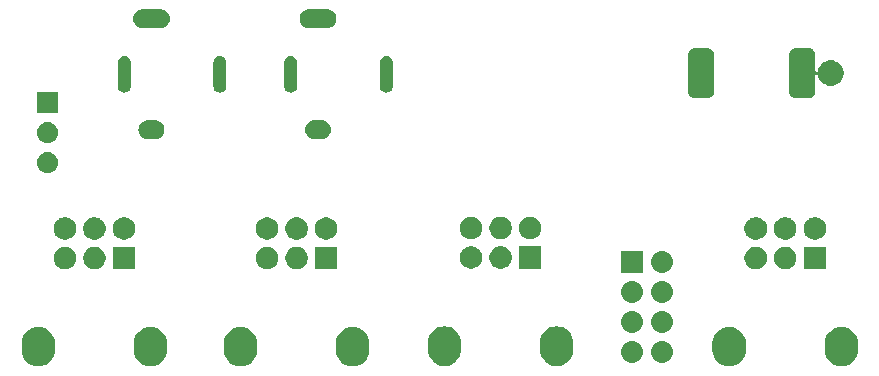
<source format=gbr>
G04 #@! TF.GenerationSoftware,KiCad,Pcbnew,5.1.4+dfsg1-1*
G04 #@! TF.CreationDate,2020-04-10T18:02:15-04:00*
G04 #@! TF.ProjectId,LilMix,4c696c4d-6978-42e6-9b69-6361645f7063,rev?*
G04 #@! TF.SameCoordinates,Original*
G04 #@! TF.FileFunction,Soldermask,Top*
G04 #@! TF.FilePolarity,Negative*
%FSLAX46Y46*%
G04 Gerber Fmt 4.6, Leading zero omitted, Abs format (unit mm)*
G04 Created by KiCad (PCBNEW 5.1.4+dfsg1-1) date 2020-04-10 18:02:15*
%MOMM*%
%LPD*%
G04 APERTURE LIST*
%ADD10C,0.100000*%
G04 APERTURE END LIST*
D10*
G36*
X105116803Y-105315816D02*
G01*
X105382778Y-105396499D01*
X105382780Y-105396500D01*
X105627900Y-105527519D01*
X105842756Y-105703844D01*
X106019081Y-105918699D01*
X106145931Y-106156019D01*
X106150101Y-106163821D01*
X106230784Y-106429796D01*
X106251200Y-106637084D01*
X106251200Y-107295715D01*
X106230784Y-107503003D01*
X106201574Y-107599294D01*
X106150100Y-107768982D01*
X106019081Y-108014101D01*
X105842756Y-108228956D01*
X105627901Y-108405281D01*
X105397374Y-108528500D01*
X105382779Y-108536301D01*
X105116804Y-108616984D01*
X104840200Y-108644227D01*
X104563597Y-108616984D01*
X104297622Y-108536301D01*
X104283027Y-108528500D01*
X104052500Y-108405281D01*
X103837644Y-108228956D01*
X103661319Y-108014101D01*
X103530300Y-107768981D01*
X103527934Y-107761182D01*
X103449616Y-107503004D01*
X103429200Y-107295716D01*
X103429200Y-106637085D01*
X103449616Y-106429797D01*
X103530299Y-106163822D01*
X103661320Y-105918699D01*
X103667722Y-105910898D01*
X103837644Y-105703844D01*
X104052499Y-105527519D01*
X104297619Y-105396500D01*
X104297621Y-105396499D01*
X104563596Y-105315816D01*
X104840200Y-105288573D01*
X105116803Y-105315816D01*
X105116803Y-105315816D01*
G37*
G36*
X114616803Y-105315816D02*
G01*
X114882778Y-105396499D01*
X114882780Y-105396500D01*
X115127900Y-105527519D01*
X115342756Y-105703844D01*
X115519081Y-105918699D01*
X115645931Y-106156019D01*
X115650101Y-106163821D01*
X115730784Y-106429796D01*
X115751200Y-106637084D01*
X115751200Y-107295715D01*
X115730784Y-107503003D01*
X115701574Y-107599294D01*
X115650100Y-107768982D01*
X115519081Y-108014101D01*
X115342756Y-108228956D01*
X115127901Y-108405281D01*
X114897374Y-108528500D01*
X114882779Y-108536301D01*
X114616804Y-108616984D01*
X114340200Y-108644227D01*
X114063597Y-108616984D01*
X113797622Y-108536301D01*
X113783027Y-108528500D01*
X113552500Y-108405281D01*
X113337644Y-108228956D01*
X113161319Y-108014101D01*
X113030300Y-107768981D01*
X113027934Y-107761182D01*
X112949616Y-107503004D01*
X112929200Y-107295716D01*
X112929200Y-106637085D01*
X112949616Y-106429797D01*
X113030299Y-106163822D01*
X113161320Y-105918699D01*
X113167722Y-105910898D01*
X113337644Y-105703844D01*
X113552499Y-105527519D01*
X113797619Y-105396500D01*
X113797621Y-105396499D01*
X114063596Y-105315816D01*
X114340200Y-105288573D01*
X114616803Y-105315816D01*
X114616803Y-105315816D01*
G37*
G36*
X155991603Y-105308016D02*
G01*
X156257578Y-105388699D01*
X156257580Y-105388700D01*
X156502700Y-105519719D01*
X156717556Y-105696044D01*
X156893881Y-105910899D01*
X157001917Y-106113021D01*
X157024901Y-106156021D01*
X157105584Y-106421996D01*
X157126000Y-106629284D01*
X157126000Y-107287915D01*
X157105584Y-107495203D01*
X157074008Y-107599294D01*
X157024900Y-107761182D01*
X156893881Y-108006301D01*
X156717556Y-108221156D01*
X156502701Y-108397481D01*
X156257581Y-108528500D01*
X156257579Y-108528501D01*
X155991604Y-108609184D01*
X155715000Y-108636427D01*
X155438397Y-108609184D01*
X155172422Y-108528501D01*
X155172420Y-108528500D01*
X154927300Y-108397481D01*
X154712444Y-108221156D01*
X154536119Y-108006301D01*
X154405100Y-107761181D01*
X154392055Y-107718179D01*
X154324416Y-107495204D01*
X154304000Y-107287916D01*
X154304000Y-106629285D01*
X154324416Y-106421997D01*
X154405099Y-106156022D01*
X154428083Y-106113022D01*
X154536119Y-105910900D01*
X154712444Y-105696044D01*
X154927299Y-105519719D01*
X155172419Y-105388700D01*
X155172421Y-105388699D01*
X155438396Y-105308016D01*
X155715000Y-105280773D01*
X155991603Y-105308016D01*
X155991603Y-105308016D01*
G37*
G36*
X146491603Y-105308016D02*
G01*
X146757578Y-105388699D01*
X146757580Y-105388700D01*
X147002700Y-105519719D01*
X147217556Y-105696044D01*
X147393881Y-105910899D01*
X147501917Y-106113021D01*
X147524901Y-106156021D01*
X147605584Y-106421996D01*
X147626000Y-106629284D01*
X147626000Y-107287915D01*
X147605584Y-107495203D01*
X147574008Y-107599294D01*
X147524900Y-107761182D01*
X147393881Y-108006301D01*
X147217556Y-108221156D01*
X147002701Y-108397481D01*
X146757581Y-108528500D01*
X146757579Y-108528501D01*
X146491604Y-108609184D01*
X146215000Y-108636427D01*
X145938397Y-108609184D01*
X145672422Y-108528501D01*
X145672420Y-108528500D01*
X145427300Y-108397481D01*
X145212444Y-108221156D01*
X145036119Y-108006301D01*
X144905100Y-107761181D01*
X144892055Y-107718179D01*
X144824416Y-107495204D01*
X144804000Y-107287916D01*
X144804000Y-106629285D01*
X144824416Y-106421997D01*
X144905099Y-106156022D01*
X144928083Y-106113022D01*
X145036119Y-105910900D01*
X145212444Y-105696044D01*
X145427299Y-105519719D01*
X145672419Y-105388700D01*
X145672421Y-105388699D01*
X145938396Y-105308016D01*
X146215000Y-105280773D01*
X146491603Y-105308016D01*
X146491603Y-105308016D01*
G37*
G36*
X97491603Y-105308016D02*
G01*
X97757578Y-105388699D01*
X97757580Y-105388700D01*
X98002700Y-105519719D01*
X98217556Y-105696044D01*
X98393881Y-105910899D01*
X98501917Y-106113021D01*
X98524901Y-106156021D01*
X98605584Y-106421996D01*
X98626000Y-106629284D01*
X98626000Y-107287915D01*
X98605584Y-107495203D01*
X98574008Y-107599294D01*
X98524900Y-107761182D01*
X98393881Y-108006301D01*
X98217556Y-108221156D01*
X98002701Y-108397481D01*
X97757581Y-108528500D01*
X97757579Y-108528501D01*
X97491604Y-108609184D01*
X97215000Y-108636427D01*
X96938397Y-108609184D01*
X96672422Y-108528501D01*
X96672420Y-108528500D01*
X96427300Y-108397481D01*
X96212444Y-108221156D01*
X96036119Y-108006301D01*
X95905100Y-107761181D01*
X95892055Y-107718179D01*
X95824416Y-107495204D01*
X95804000Y-107287916D01*
X95804000Y-106629285D01*
X95824416Y-106421997D01*
X95905099Y-106156022D01*
X95928083Y-106113022D01*
X96036119Y-105910900D01*
X96212444Y-105696044D01*
X96427299Y-105519719D01*
X96672419Y-105388700D01*
X96672421Y-105388699D01*
X96938396Y-105308016D01*
X97215000Y-105280773D01*
X97491603Y-105308016D01*
X97491603Y-105308016D01*
G37*
G36*
X87991603Y-105308016D02*
G01*
X88257578Y-105388699D01*
X88257580Y-105388700D01*
X88502700Y-105519719D01*
X88717556Y-105696044D01*
X88893881Y-105910899D01*
X89001917Y-106113021D01*
X89024901Y-106156021D01*
X89105584Y-106421996D01*
X89126000Y-106629284D01*
X89126000Y-107287915D01*
X89105584Y-107495203D01*
X89074008Y-107599294D01*
X89024900Y-107761182D01*
X88893881Y-108006301D01*
X88717556Y-108221156D01*
X88502701Y-108397481D01*
X88257581Y-108528500D01*
X88257579Y-108528501D01*
X87991604Y-108609184D01*
X87715000Y-108636427D01*
X87438397Y-108609184D01*
X87172422Y-108528501D01*
X87172420Y-108528500D01*
X86927300Y-108397481D01*
X86712444Y-108221156D01*
X86536119Y-108006301D01*
X86405100Y-107761181D01*
X86392055Y-107718179D01*
X86324416Y-107495204D01*
X86304000Y-107287916D01*
X86304000Y-106629285D01*
X86324416Y-106421997D01*
X86405099Y-106156022D01*
X86428083Y-106113022D01*
X86536119Y-105910900D01*
X86712444Y-105696044D01*
X86927299Y-105519719D01*
X87172419Y-105388700D01*
X87172421Y-105388699D01*
X87438396Y-105308016D01*
X87715000Y-105280773D01*
X87991603Y-105308016D01*
X87991603Y-105308016D01*
G37*
G36*
X131888803Y-105265016D02*
G01*
X132154778Y-105345699D01*
X132154780Y-105345700D01*
X132399900Y-105476719D01*
X132614756Y-105653044D01*
X132791081Y-105867899D01*
X132922100Y-106113019D01*
X132922101Y-106113021D01*
X133002784Y-106378996D01*
X133023200Y-106586284D01*
X133023200Y-107244915D01*
X133002784Y-107452203D01*
X132958164Y-107599294D01*
X132922100Y-107718182D01*
X132791081Y-107963301D01*
X132614756Y-108178156D01*
X132399901Y-108354481D01*
X132154781Y-108485500D01*
X132154779Y-108485501D01*
X131888804Y-108566184D01*
X131612200Y-108593427D01*
X131335597Y-108566184D01*
X131069622Y-108485501D01*
X131069620Y-108485500D01*
X130824500Y-108354481D01*
X130609644Y-108178156D01*
X130433319Y-107963301D01*
X130302300Y-107718181D01*
X130302299Y-107718179D01*
X130221616Y-107452204D01*
X130201200Y-107244916D01*
X130201200Y-106586285D01*
X130221616Y-106378997D01*
X130302299Y-106113022D01*
X130406166Y-105918700D01*
X130433319Y-105867900D01*
X130609644Y-105653044D01*
X130824499Y-105476719D01*
X131069619Y-105345700D01*
X131069621Y-105345699D01*
X131335596Y-105265016D01*
X131612200Y-105237773D01*
X131888803Y-105265016D01*
X131888803Y-105265016D01*
G37*
G36*
X122388803Y-105265016D02*
G01*
X122654778Y-105345699D01*
X122654780Y-105345700D01*
X122899900Y-105476719D01*
X123114756Y-105653044D01*
X123291081Y-105867899D01*
X123422100Y-106113019D01*
X123422101Y-106113021D01*
X123502784Y-106378996D01*
X123523200Y-106586284D01*
X123523200Y-107244915D01*
X123502784Y-107452203D01*
X123458164Y-107599294D01*
X123422100Y-107718182D01*
X123291081Y-107963301D01*
X123114756Y-108178156D01*
X122899901Y-108354481D01*
X122654781Y-108485500D01*
X122654779Y-108485501D01*
X122388804Y-108566184D01*
X122112200Y-108593427D01*
X121835597Y-108566184D01*
X121569622Y-108485501D01*
X121569620Y-108485500D01*
X121324500Y-108354481D01*
X121109644Y-108178156D01*
X120933319Y-107963301D01*
X120802300Y-107718181D01*
X120802299Y-107718179D01*
X120721616Y-107452204D01*
X120701200Y-107244916D01*
X120701200Y-106586285D01*
X120721616Y-106378997D01*
X120802299Y-106113022D01*
X120906166Y-105918700D01*
X120933319Y-105867900D01*
X121109644Y-105653044D01*
X121324499Y-105476719D01*
X121569619Y-105345700D01*
X121569621Y-105345699D01*
X121835596Y-105265016D01*
X122112200Y-105237773D01*
X122388803Y-105265016D01*
X122388803Y-105265016D01*
G37*
G36*
X138179294Y-106518633D02*
G01*
X138351695Y-106570931D01*
X138510583Y-106655858D01*
X138649849Y-106770151D01*
X138764142Y-106909417D01*
X138849069Y-107068305D01*
X138901367Y-107240706D01*
X138919025Y-107420000D01*
X138901367Y-107599294D01*
X138849069Y-107771695D01*
X138764142Y-107930583D01*
X138649849Y-108069849D01*
X138510583Y-108184142D01*
X138351695Y-108269069D01*
X138179294Y-108321367D01*
X138044931Y-108334600D01*
X137955069Y-108334600D01*
X137820706Y-108321367D01*
X137648305Y-108269069D01*
X137489417Y-108184142D01*
X137350151Y-108069849D01*
X137235858Y-107930583D01*
X137150931Y-107771695D01*
X137098633Y-107599294D01*
X137080975Y-107420000D01*
X137098633Y-107240706D01*
X137150931Y-107068305D01*
X137235858Y-106909417D01*
X137350151Y-106770151D01*
X137489417Y-106655858D01*
X137648305Y-106570931D01*
X137820706Y-106518633D01*
X137955069Y-106505400D01*
X138044931Y-106505400D01*
X138179294Y-106518633D01*
X138179294Y-106518633D01*
G37*
G36*
X140719294Y-106518633D02*
G01*
X140891695Y-106570931D01*
X141050583Y-106655858D01*
X141189849Y-106770151D01*
X141304142Y-106909417D01*
X141389069Y-107068305D01*
X141441367Y-107240706D01*
X141459025Y-107420000D01*
X141441367Y-107599294D01*
X141389069Y-107771695D01*
X141304142Y-107930583D01*
X141189849Y-108069849D01*
X141050583Y-108184142D01*
X140891695Y-108269069D01*
X140719294Y-108321367D01*
X140584931Y-108334600D01*
X140495069Y-108334600D01*
X140360706Y-108321367D01*
X140188305Y-108269069D01*
X140029417Y-108184142D01*
X139890151Y-108069849D01*
X139775858Y-107930583D01*
X139690931Y-107771695D01*
X139638633Y-107599294D01*
X139620975Y-107420000D01*
X139638633Y-107240706D01*
X139690931Y-107068305D01*
X139775858Y-106909417D01*
X139890151Y-106770151D01*
X140029417Y-106655858D01*
X140188305Y-106570931D01*
X140360706Y-106518633D01*
X140495069Y-106505400D01*
X140584931Y-106505400D01*
X140719294Y-106518633D01*
X140719294Y-106518633D01*
G37*
G36*
X140719294Y-103978633D02*
G01*
X140891695Y-104030931D01*
X141050583Y-104115858D01*
X141189849Y-104230151D01*
X141304142Y-104369417D01*
X141389069Y-104528305D01*
X141441367Y-104700706D01*
X141459025Y-104880000D01*
X141441367Y-105059294D01*
X141389069Y-105231695D01*
X141304142Y-105390583D01*
X141189849Y-105529849D01*
X141050583Y-105644142D01*
X140891695Y-105729069D01*
X140719294Y-105781367D01*
X140584931Y-105794600D01*
X140495069Y-105794600D01*
X140360706Y-105781367D01*
X140188305Y-105729069D01*
X140029417Y-105644142D01*
X139890151Y-105529849D01*
X139775858Y-105390583D01*
X139690931Y-105231695D01*
X139638633Y-105059294D01*
X139620975Y-104880000D01*
X139638633Y-104700706D01*
X139690931Y-104528305D01*
X139775858Y-104369417D01*
X139890151Y-104230151D01*
X140029417Y-104115858D01*
X140188305Y-104030931D01*
X140360706Y-103978633D01*
X140495069Y-103965400D01*
X140584931Y-103965400D01*
X140719294Y-103978633D01*
X140719294Y-103978633D01*
G37*
G36*
X138179294Y-103978633D02*
G01*
X138351695Y-104030931D01*
X138510583Y-104115858D01*
X138649849Y-104230151D01*
X138764142Y-104369417D01*
X138849069Y-104528305D01*
X138901367Y-104700706D01*
X138919025Y-104880000D01*
X138901367Y-105059294D01*
X138849069Y-105231695D01*
X138764142Y-105390583D01*
X138649849Y-105529849D01*
X138510583Y-105644142D01*
X138351695Y-105729069D01*
X138179294Y-105781367D01*
X138044931Y-105794600D01*
X137955069Y-105794600D01*
X137820706Y-105781367D01*
X137648305Y-105729069D01*
X137489417Y-105644142D01*
X137350151Y-105529849D01*
X137235858Y-105390583D01*
X137150931Y-105231695D01*
X137098633Y-105059294D01*
X137080975Y-104880000D01*
X137098633Y-104700706D01*
X137150931Y-104528305D01*
X137235858Y-104369417D01*
X137350151Y-104230151D01*
X137489417Y-104115858D01*
X137648305Y-104030931D01*
X137820706Y-103978633D01*
X137955069Y-103965400D01*
X138044931Y-103965400D01*
X138179294Y-103978633D01*
X138179294Y-103978633D01*
G37*
G36*
X140719294Y-101438633D02*
G01*
X140891695Y-101490931D01*
X141050583Y-101575858D01*
X141189849Y-101690151D01*
X141304142Y-101829417D01*
X141389069Y-101988305D01*
X141441367Y-102160706D01*
X141459025Y-102340000D01*
X141441367Y-102519294D01*
X141389069Y-102691695D01*
X141304142Y-102850583D01*
X141189849Y-102989849D01*
X141050583Y-103104142D01*
X140891695Y-103189069D01*
X140719294Y-103241367D01*
X140584931Y-103254600D01*
X140495069Y-103254600D01*
X140360706Y-103241367D01*
X140188305Y-103189069D01*
X140029417Y-103104142D01*
X139890151Y-102989849D01*
X139775858Y-102850583D01*
X139690931Y-102691695D01*
X139638633Y-102519294D01*
X139620975Y-102340000D01*
X139638633Y-102160706D01*
X139690931Y-101988305D01*
X139775858Y-101829417D01*
X139890151Y-101690151D01*
X140029417Y-101575858D01*
X140188305Y-101490931D01*
X140360706Y-101438633D01*
X140495069Y-101425400D01*
X140584931Y-101425400D01*
X140719294Y-101438633D01*
X140719294Y-101438633D01*
G37*
G36*
X138179294Y-101438633D02*
G01*
X138351695Y-101490931D01*
X138510583Y-101575858D01*
X138649849Y-101690151D01*
X138764142Y-101829417D01*
X138849069Y-101988305D01*
X138901367Y-102160706D01*
X138919025Y-102340000D01*
X138901367Y-102519294D01*
X138849069Y-102691695D01*
X138764142Y-102850583D01*
X138649849Y-102989849D01*
X138510583Y-103104142D01*
X138351695Y-103189069D01*
X138179294Y-103241367D01*
X138044931Y-103254600D01*
X137955069Y-103254600D01*
X137820706Y-103241367D01*
X137648305Y-103189069D01*
X137489417Y-103104142D01*
X137350151Y-102989849D01*
X137235858Y-102850583D01*
X137150931Y-102691695D01*
X137098633Y-102519294D01*
X137080975Y-102340000D01*
X137098633Y-102160706D01*
X137150931Y-101988305D01*
X137235858Y-101829417D01*
X137350151Y-101690151D01*
X137489417Y-101575858D01*
X137648305Y-101490931D01*
X137820706Y-101438633D01*
X137955069Y-101425400D01*
X138044931Y-101425400D01*
X138179294Y-101438633D01*
X138179294Y-101438633D01*
G37*
G36*
X138914600Y-100714600D02*
G01*
X137085400Y-100714600D01*
X137085400Y-98885400D01*
X138914600Y-98885400D01*
X138914600Y-100714600D01*
X138914600Y-100714600D01*
G37*
G36*
X140719294Y-98898633D02*
G01*
X140891695Y-98950931D01*
X141050583Y-99035858D01*
X141189849Y-99150151D01*
X141304142Y-99289417D01*
X141389069Y-99448305D01*
X141441367Y-99620706D01*
X141459025Y-99800000D01*
X141441367Y-99979294D01*
X141389069Y-100151695D01*
X141304142Y-100310583D01*
X141189849Y-100449849D01*
X141050583Y-100564142D01*
X140891695Y-100649069D01*
X140719294Y-100701367D01*
X140584931Y-100714600D01*
X140495069Y-100714600D01*
X140360706Y-100701367D01*
X140188305Y-100649069D01*
X140029417Y-100564142D01*
X139890151Y-100449849D01*
X139775858Y-100310583D01*
X139690931Y-100151695D01*
X139638633Y-99979294D01*
X139620975Y-99800000D01*
X139638633Y-99620706D01*
X139690931Y-99448305D01*
X139775858Y-99289417D01*
X139890151Y-99150151D01*
X140029417Y-99035858D01*
X140188305Y-98950931D01*
X140360706Y-98898633D01*
X140495069Y-98885400D01*
X140584931Y-98885400D01*
X140719294Y-98898633D01*
X140719294Y-98898633D01*
G37*
G36*
X109867595Y-98551946D02*
G01*
X110040666Y-98623634D01*
X110040667Y-98623635D01*
X110196427Y-98727710D01*
X110328890Y-98860173D01*
X110328891Y-98860175D01*
X110432966Y-99015934D01*
X110504654Y-99189005D01*
X110541200Y-99372733D01*
X110541200Y-99560067D01*
X110504654Y-99743795D01*
X110432966Y-99916866D01*
X110391253Y-99979294D01*
X110328890Y-100072627D01*
X110196427Y-100205090D01*
X110118018Y-100257481D01*
X110040666Y-100309166D01*
X109867595Y-100380854D01*
X109683867Y-100417400D01*
X109496533Y-100417400D01*
X109312805Y-100380854D01*
X109139734Y-100309166D01*
X109062382Y-100257481D01*
X108983973Y-100205090D01*
X108851510Y-100072627D01*
X108789147Y-99979294D01*
X108747434Y-99916866D01*
X108675746Y-99743795D01*
X108639200Y-99560067D01*
X108639200Y-99372733D01*
X108675746Y-99189005D01*
X108747434Y-99015934D01*
X108851509Y-98860175D01*
X108851510Y-98860173D01*
X108983973Y-98727710D01*
X109139733Y-98623635D01*
X109139734Y-98623634D01*
X109312805Y-98551946D01*
X109496533Y-98515400D01*
X109683867Y-98515400D01*
X109867595Y-98551946D01*
X109867595Y-98551946D01*
G37*
G36*
X107367595Y-98551946D02*
G01*
X107540666Y-98623634D01*
X107540667Y-98623635D01*
X107696427Y-98727710D01*
X107828890Y-98860173D01*
X107828891Y-98860175D01*
X107932966Y-99015934D01*
X108004654Y-99189005D01*
X108041200Y-99372733D01*
X108041200Y-99560067D01*
X108004654Y-99743795D01*
X107932966Y-99916866D01*
X107891253Y-99979294D01*
X107828890Y-100072627D01*
X107696427Y-100205090D01*
X107618018Y-100257481D01*
X107540666Y-100309166D01*
X107367595Y-100380854D01*
X107183867Y-100417400D01*
X106996533Y-100417400D01*
X106812805Y-100380854D01*
X106639734Y-100309166D01*
X106562382Y-100257481D01*
X106483973Y-100205090D01*
X106351510Y-100072627D01*
X106289147Y-99979294D01*
X106247434Y-99916866D01*
X106175746Y-99743795D01*
X106139200Y-99560067D01*
X106139200Y-99372733D01*
X106175746Y-99189005D01*
X106247434Y-99015934D01*
X106351509Y-98860175D01*
X106351510Y-98860173D01*
X106483973Y-98727710D01*
X106639733Y-98623635D01*
X106639734Y-98623634D01*
X106812805Y-98551946D01*
X106996533Y-98515400D01*
X107183867Y-98515400D01*
X107367595Y-98551946D01*
X107367595Y-98551946D01*
G37*
G36*
X113041200Y-100417400D02*
G01*
X111139200Y-100417400D01*
X111139200Y-98515400D01*
X113041200Y-98515400D01*
X113041200Y-100417400D01*
X113041200Y-100417400D01*
G37*
G36*
X92742395Y-98544146D02*
G01*
X92915466Y-98615834D01*
X92927141Y-98623635D01*
X93071227Y-98719910D01*
X93203690Y-98852373D01*
X93208903Y-98860175D01*
X93307766Y-99008134D01*
X93379454Y-99181205D01*
X93416000Y-99364933D01*
X93416000Y-99552267D01*
X93379454Y-99735995D01*
X93307766Y-99909066D01*
X93260842Y-99979293D01*
X93203690Y-100064827D01*
X93071227Y-100197290D01*
X92992818Y-100249681D01*
X92915466Y-100301366D01*
X92742395Y-100373054D01*
X92558667Y-100409600D01*
X92371333Y-100409600D01*
X92187605Y-100373054D01*
X92014534Y-100301366D01*
X91937182Y-100249681D01*
X91858773Y-100197290D01*
X91726310Y-100064827D01*
X91669158Y-99979293D01*
X91622234Y-99909066D01*
X91550546Y-99735995D01*
X91514000Y-99552267D01*
X91514000Y-99364933D01*
X91550546Y-99181205D01*
X91622234Y-99008134D01*
X91721097Y-98860175D01*
X91726310Y-98852373D01*
X91858773Y-98719910D01*
X92002859Y-98623635D01*
X92014534Y-98615834D01*
X92187605Y-98544146D01*
X92371333Y-98507600D01*
X92558667Y-98507600D01*
X92742395Y-98544146D01*
X92742395Y-98544146D01*
G37*
G36*
X90242395Y-98544146D02*
G01*
X90415466Y-98615834D01*
X90427141Y-98623635D01*
X90571227Y-98719910D01*
X90703690Y-98852373D01*
X90708903Y-98860175D01*
X90807766Y-99008134D01*
X90879454Y-99181205D01*
X90916000Y-99364933D01*
X90916000Y-99552267D01*
X90879454Y-99735995D01*
X90807766Y-99909066D01*
X90760842Y-99979293D01*
X90703690Y-100064827D01*
X90571227Y-100197290D01*
X90492818Y-100249681D01*
X90415466Y-100301366D01*
X90242395Y-100373054D01*
X90058667Y-100409600D01*
X89871333Y-100409600D01*
X89687605Y-100373054D01*
X89514534Y-100301366D01*
X89437182Y-100249681D01*
X89358773Y-100197290D01*
X89226310Y-100064827D01*
X89169158Y-99979293D01*
X89122234Y-99909066D01*
X89050546Y-99735995D01*
X89014000Y-99552267D01*
X89014000Y-99364933D01*
X89050546Y-99181205D01*
X89122234Y-99008134D01*
X89221097Y-98860175D01*
X89226310Y-98852373D01*
X89358773Y-98719910D01*
X89502859Y-98623635D01*
X89514534Y-98615834D01*
X89687605Y-98544146D01*
X89871333Y-98507600D01*
X90058667Y-98507600D01*
X90242395Y-98544146D01*
X90242395Y-98544146D01*
G37*
G36*
X154416000Y-100409600D02*
G01*
X152514000Y-100409600D01*
X152514000Y-98507600D01*
X154416000Y-98507600D01*
X154416000Y-100409600D01*
X154416000Y-100409600D01*
G37*
G36*
X95916000Y-100409600D02*
G01*
X94014000Y-100409600D01*
X94014000Y-98507600D01*
X95916000Y-98507600D01*
X95916000Y-100409600D01*
X95916000Y-100409600D01*
G37*
G36*
X148742395Y-98544146D02*
G01*
X148915466Y-98615834D01*
X148927141Y-98623635D01*
X149071227Y-98719910D01*
X149203690Y-98852373D01*
X149208903Y-98860175D01*
X149307766Y-99008134D01*
X149379454Y-99181205D01*
X149416000Y-99364933D01*
X149416000Y-99552267D01*
X149379454Y-99735995D01*
X149307766Y-99909066D01*
X149260842Y-99979293D01*
X149203690Y-100064827D01*
X149071227Y-100197290D01*
X148992818Y-100249681D01*
X148915466Y-100301366D01*
X148742395Y-100373054D01*
X148558667Y-100409600D01*
X148371333Y-100409600D01*
X148187605Y-100373054D01*
X148014534Y-100301366D01*
X147937182Y-100249681D01*
X147858773Y-100197290D01*
X147726310Y-100064827D01*
X147669158Y-99979293D01*
X147622234Y-99909066D01*
X147550546Y-99735995D01*
X147514000Y-99552267D01*
X147514000Y-99364933D01*
X147550546Y-99181205D01*
X147622234Y-99008134D01*
X147721097Y-98860175D01*
X147726310Y-98852373D01*
X147858773Y-98719910D01*
X148002859Y-98623635D01*
X148014534Y-98615834D01*
X148187605Y-98544146D01*
X148371333Y-98507600D01*
X148558667Y-98507600D01*
X148742395Y-98544146D01*
X148742395Y-98544146D01*
G37*
G36*
X151242395Y-98544146D02*
G01*
X151415466Y-98615834D01*
X151427141Y-98623635D01*
X151571227Y-98719910D01*
X151703690Y-98852373D01*
X151708903Y-98860175D01*
X151807766Y-99008134D01*
X151879454Y-99181205D01*
X151916000Y-99364933D01*
X151916000Y-99552267D01*
X151879454Y-99735995D01*
X151807766Y-99909066D01*
X151760842Y-99979293D01*
X151703690Y-100064827D01*
X151571227Y-100197290D01*
X151492818Y-100249681D01*
X151415466Y-100301366D01*
X151242395Y-100373054D01*
X151058667Y-100409600D01*
X150871333Y-100409600D01*
X150687605Y-100373054D01*
X150514534Y-100301366D01*
X150437182Y-100249681D01*
X150358773Y-100197290D01*
X150226310Y-100064827D01*
X150169158Y-99979293D01*
X150122234Y-99909066D01*
X150050546Y-99735995D01*
X150014000Y-99552267D01*
X150014000Y-99364933D01*
X150050546Y-99181205D01*
X150122234Y-99008134D01*
X150221097Y-98860175D01*
X150226310Y-98852373D01*
X150358773Y-98719910D01*
X150502859Y-98623635D01*
X150514534Y-98615834D01*
X150687605Y-98544146D01*
X150871333Y-98507600D01*
X151058667Y-98507600D01*
X151242395Y-98544146D01*
X151242395Y-98544146D01*
G37*
G36*
X130313200Y-100366600D02*
G01*
X128411200Y-100366600D01*
X128411200Y-98464600D01*
X130313200Y-98464600D01*
X130313200Y-100366600D01*
X130313200Y-100366600D01*
G37*
G36*
X127139595Y-98501146D02*
G01*
X127312666Y-98572834D01*
X127312667Y-98572835D01*
X127468427Y-98676910D01*
X127600890Y-98809373D01*
X127629623Y-98852375D01*
X127704966Y-98965134D01*
X127776654Y-99138205D01*
X127813200Y-99321933D01*
X127813200Y-99509267D01*
X127776654Y-99692995D01*
X127704966Y-99866066D01*
X127671022Y-99916866D01*
X127600890Y-100021827D01*
X127468427Y-100154290D01*
X127404073Y-100197290D01*
X127312666Y-100258366D01*
X127139595Y-100330054D01*
X126955867Y-100366600D01*
X126768533Y-100366600D01*
X126584805Y-100330054D01*
X126411734Y-100258366D01*
X126320327Y-100197290D01*
X126255973Y-100154290D01*
X126123510Y-100021827D01*
X126053378Y-99916866D01*
X126019434Y-99866066D01*
X125947746Y-99692995D01*
X125911200Y-99509267D01*
X125911200Y-99321933D01*
X125947746Y-99138205D01*
X126019434Y-98965134D01*
X126094777Y-98852375D01*
X126123510Y-98809373D01*
X126255973Y-98676910D01*
X126411733Y-98572835D01*
X126411734Y-98572834D01*
X126584805Y-98501146D01*
X126768533Y-98464600D01*
X126955867Y-98464600D01*
X127139595Y-98501146D01*
X127139595Y-98501146D01*
G37*
G36*
X124639595Y-98501146D02*
G01*
X124812666Y-98572834D01*
X124812667Y-98572835D01*
X124968427Y-98676910D01*
X125100890Y-98809373D01*
X125129623Y-98852375D01*
X125204966Y-98965134D01*
X125276654Y-99138205D01*
X125313200Y-99321933D01*
X125313200Y-99509267D01*
X125276654Y-99692995D01*
X125204966Y-99866066D01*
X125171022Y-99916866D01*
X125100890Y-100021827D01*
X124968427Y-100154290D01*
X124904073Y-100197290D01*
X124812666Y-100258366D01*
X124639595Y-100330054D01*
X124455867Y-100366600D01*
X124268533Y-100366600D01*
X124084805Y-100330054D01*
X123911734Y-100258366D01*
X123820327Y-100197290D01*
X123755973Y-100154290D01*
X123623510Y-100021827D01*
X123553378Y-99916866D01*
X123519434Y-99866066D01*
X123447746Y-99692995D01*
X123411200Y-99509267D01*
X123411200Y-99321933D01*
X123447746Y-99138205D01*
X123519434Y-98965134D01*
X123594777Y-98852375D01*
X123623510Y-98809373D01*
X123755973Y-98676910D01*
X123911733Y-98572835D01*
X123911734Y-98572834D01*
X124084805Y-98501146D01*
X124268533Y-98464600D01*
X124455867Y-98464600D01*
X124639595Y-98501146D01*
X124639595Y-98501146D01*
G37*
G36*
X112367595Y-96051946D02*
G01*
X112540666Y-96123634D01*
X112540667Y-96123635D01*
X112696427Y-96227710D01*
X112828890Y-96360173D01*
X112828891Y-96360175D01*
X112932966Y-96515934D01*
X113004654Y-96689005D01*
X113041200Y-96872733D01*
X113041200Y-97060067D01*
X113004654Y-97243795D01*
X112932966Y-97416866D01*
X112932965Y-97416867D01*
X112828890Y-97572627D01*
X112696427Y-97705090D01*
X112618018Y-97757481D01*
X112540666Y-97809166D01*
X112367595Y-97880854D01*
X112183867Y-97917400D01*
X111996533Y-97917400D01*
X111812805Y-97880854D01*
X111639734Y-97809166D01*
X111562382Y-97757481D01*
X111483973Y-97705090D01*
X111351510Y-97572627D01*
X111247435Y-97416867D01*
X111247434Y-97416866D01*
X111175746Y-97243795D01*
X111139200Y-97060067D01*
X111139200Y-96872733D01*
X111175746Y-96689005D01*
X111247434Y-96515934D01*
X111351509Y-96360175D01*
X111351510Y-96360173D01*
X111483973Y-96227710D01*
X111639733Y-96123635D01*
X111639734Y-96123634D01*
X111812805Y-96051946D01*
X111996533Y-96015400D01*
X112183867Y-96015400D01*
X112367595Y-96051946D01*
X112367595Y-96051946D01*
G37*
G36*
X109867595Y-96051946D02*
G01*
X110040666Y-96123634D01*
X110040667Y-96123635D01*
X110196427Y-96227710D01*
X110328890Y-96360173D01*
X110328891Y-96360175D01*
X110432966Y-96515934D01*
X110504654Y-96689005D01*
X110541200Y-96872733D01*
X110541200Y-97060067D01*
X110504654Y-97243795D01*
X110432966Y-97416866D01*
X110432965Y-97416867D01*
X110328890Y-97572627D01*
X110196427Y-97705090D01*
X110118018Y-97757481D01*
X110040666Y-97809166D01*
X109867595Y-97880854D01*
X109683867Y-97917400D01*
X109496533Y-97917400D01*
X109312805Y-97880854D01*
X109139734Y-97809166D01*
X109062382Y-97757481D01*
X108983973Y-97705090D01*
X108851510Y-97572627D01*
X108747435Y-97416867D01*
X108747434Y-97416866D01*
X108675746Y-97243795D01*
X108639200Y-97060067D01*
X108639200Y-96872733D01*
X108675746Y-96689005D01*
X108747434Y-96515934D01*
X108851509Y-96360175D01*
X108851510Y-96360173D01*
X108983973Y-96227710D01*
X109139733Y-96123635D01*
X109139734Y-96123634D01*
X109312805Y-96051946D01*
X109496533Y-96015400D01*
X109683867Y-96015400D01*
X109867595Y-96051946D01*
X109867595Y-96051946D01*
G37*
G36*
X107367595Y-96051946D02*
G01*
X107540666Y-96123634D01*
X107540667Y-96123635D01*
X107696427Y-96227710D01*
X107828890Y-96360173D01*
X107828891Y-96360175D01*
X107932966Y-96515934D01*
X108004654Y-96689005D01*
X108041200Y-96872733D01*
X108041200Y-97060067D01*
X108004654Y-97243795D01*
X107932966Y-97416866D01*
X107932965Y-97416867D01*
X107828890Y-97572627D01*
X107696427Y-97705090D01*
X107618018Y-97757481D01*
X107540666Y-97809166D01*
X107367595Y-97880854D01*
X107183867Y-97917400D01*
X106996533Y-97917400D01*
X106812805Y-97880854D01*
X106639734Y-97809166D01*
X106562382Y-97757481D01*
X106483973Y-97705090D01*
X106351510Y-97572627D01*
X106247435Y-97416867D01*
X106247434Y-97416866D01*
X106175746Y-97243795D01*
X106139200Y-97060067D01*
X106139200Y-96872733D01*
X106175746Y-96689005D01*
X106247434Y-96515934D01*
X106351509Y-96360175D01*
X106351510Y-96360173D01*
X106483973Y-96227710D01*
X106639733Y-96123635D01*
X106639734Y-96123634D01*
X106812805Y-96051946D01*
X106996533Y-96015400D01*
X107183867Y-96015400D01*
X107367595Y-96051946D01*
X107367595Y-96051946D01*
G37*
G36*
X153742395Y-96044146D02*
G01*
X153915466Y-96115834D01*
X153927141Y-96123635D01*
X154071227Y-96219910D01*
X154203690Y-96352373D01*
X154208903Y-96360175D01*
X154307766Y-96508134D01*
X154379454Y-96681205D01*
X154416000Y-96864933D01*
X154416000Y-97052267D01*
X154379454Y-97235995D01*
X154307766Y-97409066D01*
X154256081Y-97486418D01*
X154203690Y-97564827D01*
X154071227Y-97697290D01*
X153992818Y-97749681D01*
X153915466Y-97801366D01*
X153742395Y-97873054D01*
X153558667Y-97909600D01*
X153371333Y-97909600D01*
X153187605Y-97873054D01*
X153014534Y-97801366D01*
X152937182Y-97749681D01*
X152858773Y-97697290D01*
X152726310Y-97564827D01*
X152673919Y-97486418D01*
X152622234Y-97409066D01*
X152550546Y-97235995D01*
X152514000Y-97052267D01*
X152514000Y-96864933D01*
X152550546Y-96681205D01*
X152622234Y-96508134D01*
X152721097Y-96360175D01*
X152726310Y-96352373D01*
X152858773Y-96219910D01*
X153002859Y-96123635D01*
X153014534Y-96115834D01*
X153187605Y-96044146D01*
X153371333Y-96007600D01*
X153558667Y-96007600D01*
X153742395Y-96044146D01*
X153742395Y-96044146D01*
G37*
G36*
X90242395Y-96044146D02*
G01*
X90415466Y-96115834D01*
X90427141Y-96123635D01*
X90571227Y-96219910D01*
X90703690Y-96352373D01*
X90708903Y-96360175D01*
X90807766Y-96508134D01*
X90879454Y-96681205D01*
X90916000Y-96864933D01*
X90916000Y-97052267D01*
X90879454Y-97235995D01*
X90807766Y-97409066D01*
X90756081Y-97486418D01*
X90703690Y-97564827D01*
X90571227Y-97697290D01*
X90492818Y-97749681D01*
X90415466Y-97801366D01*
X90242395Y-97873054D01*
X90058667Y-97909600D01*
X89871333Y-97909600D01*
X89687605Y-97873054D01*
X89514534Y-97801366D01*
X89437182Y-97749681D01*
X89358773Y-97697290D01*
X89226310Y-97564827D01*
X89173919Y-97486418D01*
X89122234Y-97409066D01*
X89050546Y-97235995D01*
X89014000Y-97052267D01*
X89014000Y-96864933D01*
X89050546Y-96681205D01*
X89122234Y-96508134D01*
X89221097Y-96360175D01*
X89226310Y-96352373D01*
X89358773Y-96219910D01*
X89502859Y-96123635D01*
X89514534Y-96115834D01*
X89687605Y-96044146D01*
X89871333Y-96007600D01*
X90058667Y-96007600D01*
X90242395Y-96044146D01*
X90242395Y-96044146D01*
G37*
G36*
X92742395Y-96044146D02*
G01*
X92915466Y-96115834D01*
X92927141Y-96123635D01*
X93071227Y-96219910D01*
X93203690Y-96352373D01*
X93208903Y-96360175D01*
X93307766Y-96508134D01*
X93379454Y-96681205D01*
X93416000Y-96864933D01*
X93416000Y-97052267D01*
X93379454Y-97235995D01*
X93307766Y-97409066D01*
X93256081Y-97486418D01*
X93203690Y-97564827D01*
X93071227Y-97697290D01*
X92992818Y-97749681D01*
X92915466Y-97801366D01*
X92742395Y-97873054D01*
X92558667Y-97909600D01*
X92371333Y-97909600D01*
X92187605Y-97873054D01*
X92014534Y-97801366D01*
X91937182Y-97749681D01*
X91858773Y-97697290D01*
X91726310Y-97564827D01*
X91673919Y-97486418D01*
X91622234Y-97409066D01*
X91550546Y-97235995D01*
X91514000Y-97052267D01*
X91514000Y-96864933D01*
X91550546Y-96681205D01*
X91622234Y-96508134D01*
X91721097Y-96360175D01*
X91726310Y-96352373D01*
X91858773Y-96219910D01*
X92002859Y-96123635D01*
X92014534Y-96115834D01*
X92187605Y-96044146D01*
X92371333Y-96007600D01*
X92558667Y-96007600D01*
X92742395Y-96044146D01*
X92742395Y-96044146D01*
G37*
G36*
X95242395Y-96044146D02*
G01*
X95415466Y-96115834D01*
X95427141Y-96123635D01*
X95571227Y-96219910D01*
X95703690Y-96352373D01*
X95708903Y-96360175D01*
X95807766Y-96508134D01*
X95879454Y-96681205D01*
X95916000Y-96864933D01*
X95916000Y-97052267D01*
X95879454Y-97235995D01*
X95807766Y-97409066D01*
X95756081Y-97486418D01*
X95703690Y-97564827D01*
X95571227Y-97697290D01*
X95492818Y-97749681D01*
X95415466Y-97801366D01*
X95242395Y-97873054D01*
X95058667Y-97909600D01*
X94871333Y-97909600D01*
X94687605Y-97873054D01*
X94514534Y-97801366D01*
X94437182Y-97749681D01*
X94358773Y-97697290D01*
X94226310Y-97564827D01*
X94173919Y-97486418D01*
X94122234Y-97409066D01*
X94050546Y-97235995D01*
X94014000Y-97052267D01*
X94014000Y-96864933D01*
X94050546Y-96681205D01*
X94122234Y-96508134D01*
X94221097Y-96360175D01*
X94226310Y-96352373D01*
X94358773Y-96219910D01*
X94502859Y-96123635D01*
X94514534Y-96115834D01*
X94687605Y-96044146D01*
X94871333Y-96007600D01*
X95058667Y-96007600D01*
X95242395Y-96044146D01*
X95242395Y-96044146D01*
G37*
G36*
X148742395Y-96044146D02*
G01*
X148915466Y-96115834D01*
X148927141Y-96123635D01*
X149071227Y-96219910D01*
X149203690Y-96352373D01*
X149208903Y-96360175D01*
X149307766Y-96508134D01*
X149379454Y-96681205D01*
X149416000Y-96864933D01*
X149416000Y-97052267D01*
X149379454Y-97235995D01*
X149307766Y-97409066D01*
X149256081Y-97486418D01*
X149203690Y-97564827D01*
X149071227Y-97697290D01*
X148992818Y-97749681D01*
X148915466Y-97801366D01*
X148742395Y-97873054D01*
X148558667Y-97909600D01*
X148371333Y-97909600D01*
X148187605Y-97873054D01*
X148014534Y-97801366D01*
X147937182Y-97749681D01*
X147858773Y-97697290D01*
X147726310Y-97564827D01*
X147673919Y-97486418D01*
X147622234Y-97409066D01*
X147550546Y-97235995D01*
X147514000Y-97052267D01*
X147514000Y-96864933D01*
X147550546Y-96681205D01*
X147622234Y-96508134D01*
X147721097Y-96360175D01*
X147726310Y-96352373D01*
X147858773Y-96219910D01*
X148002859Y-96123635D01*
X148014534Y-96115834D01*
X148187605Y-96044146D01*
X148371333Y-96007600D01*
X148558667Y-96007600D01*
X148742395Y-96044146D01*
X148742395Y-96044146D01*
G37*
G36*
X151242395Y-96044146D02*
G01*
X151415466Y-96115834D01*
X151427141Y-96123635D01*
X151571227Y-96219910D01*
X151703690Y-96352373D01*
X151708903Y-96360175D01*
X151807766Y-96508134D01*
X151879454Y-96681205D01*
X151916000Y-96864933D01*
X151916000Y-97052267D01*
X151879454Y-97235995D01*
X151807766Y-97409066D01*
X151756081Y-97486418D01*
X151703690Y-97564827D01*
X151571227Y-97697290D01*
X151492818Y-97749681D01*
X151415466Y-97801366D01*
X151242395Y-97873054D01*
X151058667Y-97909600D01*
X150871333Y-97909600D01*
X150687605Y-97873054D01*
X150514534Y-97801366D01*
X150437182Y-97749681D01*
X150358773Y-97697290D01*
X150226310Y-97564827D01*
X150173919Y-97486418D01*
X150122234Y-97409066D01*
X150050546Y-97235995D01*
X150014000Y-97052267D01*
X150014000Y-96864933D01*
X150050546Y-96681205D01*
X150122234Y-96508134D01*
X150221097Y-96360175D01*
X150226310Y-96352373D01*
X150358773Y-96219910D01*
X150502859Y-96123635D01*
X150514534Y-96115834D01*
X150687605Y-96044146D01*
X150871333Y-96007600D01*
X151058667Y-96007600D01*
X151242395Y-96044146D01*
X151242395Y-96044146D01*
G37*
G36*
X124639595Y-96001146D02*
G01*
X124812666Y-96072834D01*
X124812667Y-96072835D01*
X124968427Y-96176910D01*
X125100890Y-96309373D01*
X125129623Y-96352375D01*
X125204966Y-96465134D01*
X125276654Y-96638205D01*
X125313200Y-96821933D01*
X125313200Y-97009267D01*
X125276654Y-97192995D01*
X125204966Y-97366066D01*
X125171022Y-97416866D01*
X125100890Y-97521827D01*
X124968427Y-97654290D01*
X124904073Y-97697290D01*
X124812666Y-97758366D01*
X124639595Y-97830054D01*
X124455867Y-97866600D01*
X124268533Y-97866600D01*
X124084805Y-97830054D01*
X123911734Y-97758366D01*
X123820327Y-97697290D01*
X123755973Y-97654290D01*
X123623510Y-97521827D01*
X123553378Y-97416866D01*
X123519434Y-97366066D01*
X123447746Y-97192995D01*
X123411200Y-97009267D01*
X123411200Y-96821933D01*
X123447746Y-96638205D01*
X123519434Y-96465134D01*
X123594777Y-96352375D01*
X123623510Y-96309373D01*
X123755973Y-96176910D01*
X123911733Y-96072835D01*
X123911734Y-96072834D01*
X124084805Y-96001146D01*
X124268533Y-95964600D01*
X124455867Y-95964600D01*
X124639595Y-96001146D01*
X124639595Y-96001146D01*
G37*
G36*
X129639595Y-96001146D02*
G01*
X129812666Y-96072834D01*
X129812667Y-96072835D01*
X129968427Y-96176910D01*
X130100890Y-96309373D01*
X130129623Y-96352375D01*
X130204966Y-96465134D01*
X130276654Y-96638205D01*
X130313200Y-96821933D01*
X130313200Y-97009267D01*
X130276654Y-97192995D01*
X130204966Y-97366066D01*
X130171022Y-97416866D01*
X130100890Y-97521827D01*
X129968427Y-97654290D01*
X129904073Y-97697290D01*
X129812666Y-97758366D01*
X129639595Y-97830054D01*
X129455867Y-97866600D01*
X129268533Y-97866600D01*
X129084805Y-97830054D01*
X128911734Y-97758366D01*
X128820327Y-97697290D01*
X128755973Y-97654290D01*
X128623510Y-97521827D01*
X128553378Y-97416866D01*
X128519434Y-97366066D01*
X128447746Y-97192995D01*
X128411200Y-97009267D01*
X128411200Y-96821933D01*
X128447746Y-96638205D01*
X128519434Y-96465134D01*
X128594777Y-96352375D01*
X128623510Y-96309373D01*
X128755973Y-96176910D01*
X128911733Y-96072835D01*
X128911734Y-96072834D01*
X129084805Y-96001146D01*
X129268533Y-95964600D01*
X129455867Y-95964600D01*
X129639595Y-96001146D01*
X129639595Y-96001146D01*
G37*
G36*
X127139595Y-96001146D02*
G01*
X127312666Y-96072834D01*
X127312667Y-96072835D01*
X127468427Y-96176910D01*
X127600890Y-96309373D01*
X127629623Y-96352375D01*
X127704966Y-96465134D01*
X127776654Y-96638205D01*
X127813200Y-96821933D01*
X127813200Y-97009267D01*
X127776654Y-97192995D01*
X127704966Y-97366066D01*
X127671022Y-97416866D01*
X127600890Y-97521827D01*
X127468427Y-97654290D01*
X127404073Y-97697290D01*
X127312666Y-97758366D01*
X127139595Y-97830054D01*
X126955867Y-97866600D01*
X126768533Y-97866600D01*
X126584805Y-97830054D01*
X126411734Y-97758366D01*
X126320327Y-97697290D01*
X126255973Y-97654290D01*
X126123510Y-97521827D01*
X126053378Y-97416866D01*
X126019434Y-97366066D01*
X125947746Y-97192995D01*
X125911200Y-97009267D01*
X125911200Y-96821933D01*
X125947746Y-96638205D01*
X126019434Y-96465134D01*
X126094777Y-96352375D01*
X126123510Y-96309373D01*
X126255973Y-96176910D01*
X126411733Y-96072835D01*
X126411734Y-96072834D01*
X126584805Y-96001146D01*
X126768533Y-95964600D01*
X126955867Y-95964600D01*
X127139595Y-96001146D01*
X127139595Y-96001146D01*
G37*
G36*
X88610443Y-90485519D02*
G01*
X88676627Y-90492037D01*
X88846466Y-90543557D01*
X89002991Y-90627222D01*
X89038729Y-90656552D01*
X89140186Y-90739814D01*
X89223448Y-90841271D01*
X89252778Y-90877009D01*
X89336443Y-91033534D01*
X89387963Y-91203373D01*
X89405359Y-91380000D01*
X89387963Y-91556627D01*
X89336443Y-91726466D01*
X89252778Y-91882991D01*
X89223448Y-91918729D01*
X89140186Y-92020186D01*
X89038729Y-92103448D01*
X89002991Y-92132778D01*
X88846466Y-92216443D01*
X88676627Y-92267963D01*
X88610443Y-92274481D01*
X88544260Y-92281000D01*
X88455740Y-92281000D01*
X88389557Y-92274481D01*
X88323373Y-92267963D01*
X88153534Y-92216443D01*
X87997009Y-92132778D01*
X87961271Y-92103448D01*
X87859814Y-92020186D01*
X87776552Y-91918729D01*
X87747222Y-91882991D01*
X87663557Y-91726466D01*
X87612037Y-91556627D01*
X87594641Y-91380000D01*
X87612037Y-91203373D01*
X87663557Y-91033534D01*
X87747222Y-90877009D01*
X87776552Y-90841271D01*
X87859814Y-90739814D01*
X87961271Y-90656552D01*
X87997009Y-90627222D01*
X88153534Y-90543557D01*
X88323373Y-90492037D01*
X88389557Y-90485519D01*
X88455740Y-90479000D01*
X88544260Y-90479000D01*
X88610443Y-90485519D01*
X88610443Y-90485519D01*
G37*
G36*
X88610442Y-87945518D02*
G01*
X88676627Y-87952037D01*
X88846466Y-88003557D01*
X89002991Y-88087222D01*
X89038729Y-88116552D01*
X89140186Y-88199814D01*
X89215829Y-88291987D01*
X89252778Y-88337009D01*
X89336443Y-88493534D01*
X89387963Y-88663373D01*
X89405359Y-88840000D01*
X89387963Y-89016627D01*
X89336443Y-89186466D01*
X89252778Y-89342991D01*
X89223448Y-89378729D01*
X89140186Y-89480186D01*
X89038729Y-89563448D01*
X89002991Y-89592778D01*
X88846466Y-89676443D01*
X88676627Y-89727963D01*
X88610443Y-89734481D01*
X88544260Y-89741000D01*
X88455740Y-89741000D01*
X88389557Y-89734481D01*
X88323373Y-89727963D01*
X88153534Y-89676443D01*
X87997009Y-89592778D01*
X87961271Y-89563448D01*
X87859814Y-89480186D01*
X87776552Y-89378729D01*
X87747222Y-89342991D01*
X87663557Y-89186466D01*
X87612037Y-89016627D01*
X87594641Y-88840000D01*
X87612037Y-88663373D01*
X87663557Y-88493534D01*
X87747222Y-88337009D01*
X87784171Y-88291987D01*
X87859814Y-88199814D01*
X87961271Y-88116552D01*
X87997009Y-88087222D01*
X88153534Y-88003557D01*
X88323373Y-87952037D01*
X88389558Y-87945518D01*
X88455740Y-87939000D01*
X88544260Y-87939000D01*
X88610442Y-87945518D01*
X88610442Y-87945518D01*
G37*
G36*
X111778571Y-87802863D02*
G01*
X111857023Y-87810590D01*
X111957682Y-87841125D01*
X112008013Y-87856392D01*
X112147165Y-87930771D01*
X112269133Y-88030867D01*
X112369229Y-88152835D01*
X112443608Y-88291987D01*
X112443608Y-88291988D01*
X112489410Y-88442977D01*
X112504875Y-88600000D01*
X112489410Y-88757023D01*
X112464239Y-88840000D01*
X112443608Y-88908013D01*
X112369229Y-89047165D01*
X112269133Y-89169133D01*
X112147165Y-89269229D01*
X112008013Y-89343608D01*
X111957682Y-89358875D01*
X111857023Y-89389410D01*
X111778571Y-89397137D01*
X111739346Y-89401000D01*
X111060654Y-89401000D01*
X111021429Y-89397137D01*
X110942977Y-89389410D01*
X110842318Y-89358875D01*
X110791987Y-89343608D01*
X110652835Y-89269229D01*
X110530867Y-89169133D01*
X110430771Y-89047165D01*
X110356392Y-88908013D01*
X110335761Y-88840000D01*
X110310590Y-88757023D01*
X110295125Y-88600000D01*
X110310590Y-88442977D01*
X110356392Y-88291988D01*
X110356392Y-88291987D01*
X110430771Y-88152835D01*
X110530867Y-88030867D01*
X110652835Y-87930771D01*
X110791987Y-87856392D01*
X110842318Y-87841125D01*
X110942977Y-87810590D01*
X111021429Y-87802863D01*
X111060654Y-87799000D01*
X111739346Y-87799000D01*
X111778571Y-87802863D01*
X111778571Y-87802863D01*
G37*
G36*
X97678571Y-87802863D02*
G01*
X97757023Y-87810590D01*
X97857682Y-87841125D01*
X97908013Y-87856392D01*
X98047165Y-87930771D01*
X98169133Y-88030867D01*
X98269229Y-88152835D01*
X98343608Y-88291987D01*
X98343608Y-88291988D01*
X98389410Y-88442977D01*
X98404875Y-88600000D01*
X98389410Y-88757023D01*
X98364239Y-88840000D01*
X98343608Y-88908013D01*
X98269229Y-89047165D01*
X98169133Y-89169133D01*
X98047165Y-89269229D01*
X97908013Y-89343608D01*
X97857682Y-89358875D01*
X97757023Y-89389410D01*
X97678571Y-89397137D01*
X97639346Y-89401000D01*
X96960654Y-89401000D01*
X96921429Y-89397137D01*
X96842977Y-89389410D01*
X96742318Y-89358875D01*
X96691987Y-89343608D01*
X96552835Y-89269229D01*
X96430867Y-89169133D01*
X96330771Y-89047165D01*
X96256392Y-88908013D01*
X96235761Y-88840000D01*
X96210590Y-88757023D01*
X96195125Y-88600000D01*
X96210590Y-88442977D01*
X96256392Y-88291988D01*
X96256392Y-88291987D01*
X96330771Y-88152835D01*
X96430867Y-88030867D01*
X96552835Y-87930771D01*
X96691987Y-87856392D01*
X96742318Y-87841125D01*
X96842977Y-87810590D01*
X96921429Y-87802863D01*
X96960654Y-87799000D01*
X97639346Y-87799000D01*
X97678571Y-87802863D01*
X97678571Y-87802863D01*
G37*
G36*
X89401000Y-87201000D02*
G01*
X87599000Y-87201000D01*
X87599000Y-85399000D01*
X89401000Y-85399000D01*
X89401000Y-87201000D01*
X89401000Y-87201000D01*
G37*
G36*
X153102826Y-81717685D02*
G01*
X153193437Y-81745172D01*
X153276936Y-81789803D01*
X153350129Y-81849871D01*
X153410197Y-81923064D01*
X153454828Y-82006563D01*
X153482315Y-82097174D01*
X153492200Y-82197540D01*
X153492200Y-83572540D01*
X153494602Y-83596926D01*
X153501715Y-83620375D01*
X153513266Y-83641986D01*
X153528811Y-83660928D01*
X153547753Y-83676473D01*
X153569364Y-83688024D01*
X153592813Y-83695137D01*
X153617199Y-83697539D01*
X153641585Y-83695137D01*
X153665034Y-83688024D01*
X153686645Y-83676473D01*
X153705587Y-83660928D01*
X153721132Y-83641986D01*
X153732683Y-83620375D01*
X153739796Y-83596926D01*
X153762772Y-83481418D01*
X153845104Y-83282651D01*
X153964632Y-83103764D01*
X154116764Y-82951632D01*
X154234546Y-82872933D01*
X154295649Y-82832105D01*
X154494417Y-82749772D01*
X154564754Y-82735781D01*
X154705426Y-82707800D01*
X154920574Y-82707800D01*
X155061246Y-82735781D01*
X155131583Y-82749772D01*
X155330351Y-82832105D01*
X155391454Y-82872933D01*
X155509236Y-82951632D01*
X155661368Y-83103764D01*
X155780896Y-83282651D01*
X155863228Y-83481418D01*
X155905200Y-83692426D01*
X155905200Y-83907574D01*
X155895167Y-83958014D01*
X155863228Y-84118583D01*
X155780895Y-84317351D01*
X155661367Y-84496237D01*
X155509237Y-84648367D01*
X155330351Y-84767895D01*
X155131583Y-84850228D01*
X155061246Y-84864219D01*
X154920574Y-84892200D01*
X154705426Y-84892200D01*
X154564754Y-84864219D01*
X154494417Y-84850228D01*
X154295649Y-84767895D01*
X154116763Y-84648367D01*
X153964633Y-84496237D01*
X153845105Y-84317351D01*
X153762772Y-84118583D01*
X153739796Y-84003074D01*
X153732683Y-83979625D01*
X153721132Y-83958014D01*
X153705587Y-83939072D01*
X153686645Y-83923527D01*
X153665034Y-83911976D01*
X153641585Y-83904863D01*
X153617199Y-83902461D01*
X153592813Y-83904863D01*
X153569364Y-83911976D01*
X153547753Y-83923527D01*
X153528811Y-83939072D01*
X153513266Y-83958014D01*
X153501715Y-83979625D01*
X153494602Y-84003074D01*
X153492200Y-84027460D01*
X153492200Y-85402460D01*
X153482315Y-85502826D01*
X153454828Y-85593437D01*
X153410197Y-85676936D01*
X153350129Y-85750129D01*
X153276936Y-85810197D01*
X153193437Y-85854828D01*
X153102826Y-85882315D01*
X153002460Y-85892200D01*
X151797540Y-85892200D01*
X151697174Y-85882315D01*
X151606563Y-85854828D01*
X151523064Y-85810197D01*
X151449871Y-85750129D01*
X151389803Y-85676936D01*
X151345172Y-85593437D01*
X151317685Y-85502826D01*
X151307800Y-85402460D01*
X151307800Y-82197540D01*
X151317685Y-82097174D01*
X151345172Y-82006563D01*
X151389803Y-81923064D01*
X151449871Y-81849871D01*
X151523064Y-81789803D01*
X151606563Y-81745172D01*
X151697174Y-81717685D01*
X151797540Y-81707800D01*
X153002460Y-81707800D01*
X153102826Y-81717685D01*
X153102826Y-81717685D01*
G37*
G36*
X144543026Y-81717685D02*
G01*
X144633637Y-81745172D01*
X144717136Y-81789803D01*
X144790329Y-81849871D01*
X144850397Y-81923064D01*
X144895028Y-82006563D01*
X144922515Y-82097174D01*
X144932400Y-82197540D01*
X144932400Y-85402460D01*
X144922515Y-85502826D01*
X144895028Y-85593437D01*
X144850397Y-85676936D01*
X144790329Y-85750129D01*
X144717136Y-85810197D01*
X144633637Y-85854828D01*
X144543026Y-85882315D01*
X144442660Y-85892200D01*
X143237740Y-85892200D01*
X143137374Y-85882315D01*
X143046763Y-85854828D01*
X142963264Y-85810197D01*
X142890071Y-85750129D01*
X142830003Y-85676936D01*
X142785372Y-85593437D01*
X142757885Y-85502826D01*
X142748000Y-85402460D01*
X142748000Y-82197540D01*
X142757885Y-82097174D01*
X142785372Y-82006563D01*
X142830003Y-81923064D01*
X142890071Y-81849871D01*
X142963264Y-81789803D01*
X143046763Y-81745172D01*
X143137374Y-81717685D01*
X143237740Y-81707800D01*
X144442660Y-81707800D01*
X144543026Y-81717685D01*
X144543026Y-81717685D01*
G37*
G36*
X95108015Y-82356973D02*
G01*
X95211879Y-82388479D01*
X95239055Y-82403005D01*
X95307600Y-82439643D01*
X95391501Y-82508499D01*
X95460357Y-82592400D01*
X95496995Y-82660945D01*
X95511521Y-82688121D01*
X95543027Y-82791985D01*
X95551000Y-82872933D01*
X95551000Y-84927067D01*
X95543027Y-85008015D01*
X95511521Y-85111879D01*
X95460356Y-85207600D01*
X95391501Y-85291501D01*
X95324971Y-85346100D01*
X95307599Y-85360357D01*
X95255907Y-85387987D01*
X95211878Y-85411521D01*
X95108014Y-85443027D01*
X95000000Y-85453666D01*
X94891985Y-85443027D01*
X94788121Y-85411521D01*
X94744093Y-85387987D01*
X94692401Y-85360357D01*
X94675029Y-85346100D01*
X94608499Y-85291501D01*
X94539644Y-85207600D01*
X94488479Y-85111878D01*
X94456973Y-85008014D01*
X94449000Y-84927066D01*
X94449001Y-82872933D01*
X94456974Y-82791985D01*
X94488480Y-82688121D01*
X94503006Y-82660945D01*
X94539644Y-82592400D01*
X94608500Y-82508499D01*
X94692401Y-82439643D01*
X94760946Y-82403005D01*
X94788122Y-82388479D01*
X94891986Y-82356973D01*
X95000000Y-82346334D01*
X95108015Y-82356973D01*
X95108015Y-82356973D01*
G37*
G36*
X117308015Y-82356973D02*
G01*
X117411879Y-82388479D01*
X117439055Y-82403005D01*
X117507600Y-82439643D01*
X117591501Y-82508499D01*
X117660357Y-82592400D01*
X117696995Y-82660945D01*
X117711521Y-82688121D01*
X117743027Y-82791985D01*
X117751000Y-82872933D01*
X117751000Y-84927067D01*
X117743027Y-85008015D01*
X117711521Y-85111879D01*
X117660356Y-85207600D01*
X117591501Y-85291501D01*
X117524971Y-85346100D01*
X117507599Y-85360357D01*
X117455907Y-85387987D01*
X117411878Y-85411521D01*
X117308014Y-85443027D01*
X117200000Y-85453666D01*
X117091985Y-85443027D01*
X116988121Y-85411521D01*
X116944093Y-85387987D01*
X116892401Y-85360357D01*
X116875029Y-85346100D01*
X116808499Y-85291501D01*
X116739644Y-85207600D01*
X116688479Y-85111878D01*
X116656973Y-85008014D01*
X116649000Y-84927066D01*
X116649001Y-82872933D01*
X116656974Y-82791985D01*
X116688480Y-82688121D01*
X116703006Y-82660945D01*
X116739644Y-82592400D01*
X116808500Y-82508499D01*
X116892401Y-82439643D01*
X116960946Y-82403005D01*
X116988122Y-82388479D01*
X117091986Y-82356973D01*
X117200000Y-82346334D01*
X117308015Y-82356973D01*
X117308015Y-82356973D01*
G37*
G36*
X109208015Y-82356973D02*
G01*
X109311879Y-82388479D01*
X109339055Y-82403005D01*
X109407600Y-82439643D01*
X109491501Y-82508499D01*
X109560357Y-82592400D01*
X109596995Y-82660945D01*
X109611521Y-82688121D01*
X109643027Y-82791985D01*
X109651000Y-82872933D01*
X109651000Y-84927067D01*
X109643027Y-85008015D01*
X109611521Y-85111879D01*
X109560356Y-85207600D01*
X109491501Y-85291501D01*
X109424971Y-85346100D01*
X109407599Y-85360357D01*
X109355907Y-85387987D01*
X109311878Y-85411521D01*
X109208014Y-85443027D01*
X109100000Y-85453666D01*
X108991985Y-85443027D01*
X108888121Y-85411521D01*
X108844093Y-85387987D01*
X108792401Y-85360357D01*
X108775029Y-85346100D01*
X108708499Y-85291501D01*
X108639644Y-85207600D01*
X108588479Y-85111878D01*
X108556973Y-85008014D01*
X108549000Y-84927066D01*
X108549001Y-82872933D01*
X108556974Y-82791985D01*
X108588480Y-82688121D01*
X108603006Y-82660945D01*
X108639644Y-82592400D01*
X108708500Y-82508499D01*
X108792401Y-82439643D01*
X108860946Y-82403005D01*
X108888122Y-82388479D01*
X108991986Y-82356973D01*
X109100000Y-82346334D01*
X109208015Y-82356973D01*
X109208015Y-82356973D01*
G37*
G36*
X103208015Y-82356973D02*
G01*
X103311879Y-82388479D01*
X103339055Y-82403005D01*
X103407600Y-82439643D01*
X103491501Y-82508499D01*
X103560357Y-82592400D01*
X103596995Y-82660945D01*
X103611521Y-82688121D01*
X103643027Y-82791985D01*
X103651000Y-82872933D01*
X103651000Y-84927067D01*
X103643027Y-85008015D01*
X103611521Y-85111879D01*
X103560356Y-85207600D01*
X103491501Y-85291501D01*
X103424971Y-85346100D01*
X103407599Y-85360357D01*
X103355907Y-85387987D01*
X103311878Y-85411521D01*
X103208014Y-85443027D01*
X103100000Y-85453666D01*
X102991985Y-85443027D01*
X102888121Y-85411521D01*
X102844093Y-85387987D01*
X102792401Y-85360357D01*
X102775029Y-85346100D01*
X102708499Y-85291501D01*
X102639644Y-85207600D01*
X102588479Y-85111878D01*
X102556973Y-85008014D01*
X102549000Y-84927066D01*
X102549001Y-82872933D01*
X102556974Y-82791985D01*
X102588480Y-82688121D01*
X102603006Y-82660945D01*
X102639644Y-82592400D01*
X102708500Y-82508499D01*
X102792401Y-82439643D01*
X102860946Y-82403005D01*
X102888122Y-82388479D01*
X102991986Y-82356973D01*
X103100000Y-82346334D01*
X103208015Y-82356973D01*
X103208015Y-82356973D01*
G37*
G36*
X112228571Y-78402863D02*
G01*
X112307023Y-78410590D01*
X112407682Y-78441125D01*
X112458013Y-78456392D01*
X112597165Y-78530771D01*
X112719133Y-78630867D01*
X112819229Y-78752835D01*
X112893608Y-78891987D01*
X112893608Y-78891988D01*
X112939410Y-79042977D01*
X112954875Y-79200000D01*
X112939410Y-79357023D01*
X112908875Y-79457682D01*
X112893608Y-79508013D01*
X112819229Y-79647165D01*
X112719133Y-79769133D01*
X112597165Y-79869229D01*
X112458013Y-79943608D01*
X112407682Y-79958875D01*
X112307023Y-79989410D01*
X112228571Y-79997137D01*
X112189346Y-80001000D01*
X110610654Y-80001000D01*
X110571429Y-79997137D01*
X110492977Y-79989410D01*
X110392318Y-79958875D01*
X110341987Y-79943608D01*
X110202835Y-79869229D01*
X110080867Y-79769133D01*
X109980771Y-79647165D01*
X109906392Y-79508013D01*
X109891125Y-79457682D01*
X109860590Y-79357023D01*
X109845125Y-79200000D01*
X109860590Y-79042977D01*
X109906392Y-78891988D01*
X109906392Y-78891987D01*
X109980771Y-78752835D01*
X110080867Y-78630867D01*
X110202835Y-78530771D01*
X110341987Y-78456392D01*
X110392318Y-78441125D01*
X110492977Y-78410590D01*
X110571429Y-78402863D01*
X110610654Y-78399000D01*
X112189346Y-78399000D01*
X112228571Y-78402863D01*
X112228571Y-78402863D01*
G37*
G36*
X98128571Y-78402863D02*
G01*
X98207023Y-78410590D01*
X98307682Y-78441125D01*
X98358013Y-78456392D01*
X98497165Y-78530771D01*
X98619133Y-78630867D01*
X98719229Y-78752835D01*
X98793608Y-78891987D01*
X98793608Y-78891988D01*
X98839410Y-79042977D01*
X98854875Y-79200000D01*
X98839410Y-79357023D01*
X98808875Y-79457682D01*
X98793608Y-79508013D01*
X98719229Y-79647165D01*
X98619133Y-79769133D01*
X98497165Y-79869229D01*
X98358013Y-79943608D01*
X98307682Y-79958875D01*
X98207023Y-79989410D01*
X98128571Y-79997137D01*
X98089346Y-80001000D01*
X96510654Y-80001000D01*
X96471429Y-79997137D01*
X96392977Y-79989410D01*
X96292318Y-79958875D01*
X96241987Y-79943608D01*
X96102835Y-79869229D01*
X95980867Y-79769133D01*
X95880771Y-79647165D01*
X95806392Y-79508013D01*
X95791125Y-79457682D01*
X95760590Y-79357023D01*
X95745125Y-79200000D01*
X95760590Y-79042977D01*
X95806392Y-78891988D01*
X95806392Y-78891987D01*
X95880771Y-78752835D01*
X95980867Y-78630867D01*
X96102835Y-78530771D01*
X96241987Y-78456392D01*
X96292318Y-78441125D01*
X96392977Y-78410590D01*
X96471429Y-78402863D01*
X96510654Y-78399000D01*
X98089346Y-78399000D01*
X98128571Y-78402863D01*
X98128571Y-78402863D01*
G37*
M02*

</source>
